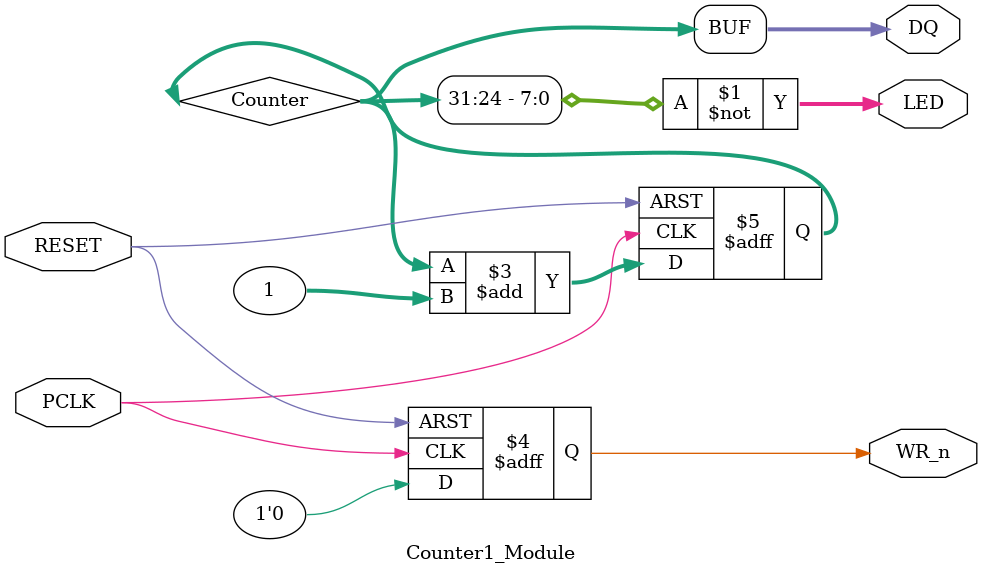
<source format=v>
`timescale 1ns / 1ps

module Counter1_Module(
    input PCLK,
    input RESET,
    output reg WR_n,
    output [31:0] DQ,
    output [7:0] LED
    );

reg [31:0] Counter;

assign LED = ~Counter[31:24];
assign DQ = Counter;

always @ (negedge PCLK or posedge RESET) begin
	if (RESET) begin
		WR_n <= 1;		// Disable writes
		Counter <= 0;
	end
	else begin
		WR_n <= 0;
		Counter <= Counter + 1;
		
	end
end

endmodule

</source>
